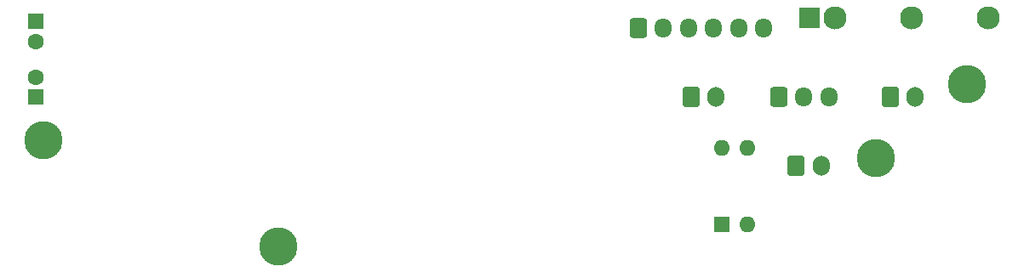
<source format=gbs>
G04 #@! TF.GenerationSoftware,KiCad,Pcbnew,(6.0.1)*
G04 #@! TF.CreationDate,2022-03-20T15:01:40+01:00*
G04 #@! TF.ProjectId,ControlPanelESP,436f6e74-726f-46c5-9061-6e656c455350,rev?*
G04 #@! TF.SameCoordinates,Original*
G04 #@! TF.FileFunction,Soldermask,Bot*
G04 #@! TF.FilePolarity,Negative*
%FSLAX46Y46*%
G04 Gerber Fmt 4.6, Leading zero omitted, Abs format (unit mm)*
G04 Created by KiCad (PCBNEW (6.0.1)) date 2022-03-20 15:01:40*
%MOMM*%
%LPD*%
G01*
G04 APERTURE LIST*
G04 Aperture macros list*
%AMRoundRect*
0 Rectangle with rounded corners*
0 $1 Rounding radius*
0 $2 $3 $4 $5 $6 $7 $8 $9 X,Y pos of 4 corners*
0 Add a 4 corners polygon primitive as box body*
4,1,4,$2,$3,$4,$5,$6,$7,$8,$9,$2,$3,0*
0 Add four circle primitives for the rounded corners*
1,1,$1+$1,$2,$3*
1,1,$1+$1,$4,$5*
1,1,$1+$1,$6,$7*
1,1,$1+$1,$8,$9*
0 Add four rect primitives between the rounded corners*
20,1,$1+$1,$2,$3,$4,$5,0*
20,1,$1+$1,$4,$5,$6,$7,0*
20,1,$1+$1,$6,$7,$8,$9,0*
20,1,$1+$1,$8,$9,$2,$3,0*%
G04 Aperture macros list end*
%ADD10RoundRect,0.250000X-0.600000X-0.725000X0.600000X-0.725000X0.600000X0.725000X-0.600000X0.725000X0*%
%ADD11O,1.700000X1.950000*%
%ADD12C,2.300000*%
%ADD13R,2.000000X2.000000*%
%ADD14C,3.800000*%
%ADD15RoundRect,0.250000X-0.600000X-0.750000X0.600000X-0.750000X0.600000X0.750000X-0.600000X0.750000X0*%
%ADD16O,1.700000X2.000000*%
%ADD17R,1.600000X1.600000*%
%ADD18C,1.600000*%
%ADD19O,1.600000X1.600000*%
G04 APERTURE END LIST*
D10*
X111606000Y-81517000D03*
D11*
X114106000Y-81517000D03*
X116606000Y-81517000D03*
X119106000Y-81517000D03*
X121606000Y-81517000D03*
X124106000Y-81517000D03*
D12*
X138824800Y-80503000D03*
D13*
X128664800Y-80503000D03*
D12*
X131204800Y-80503000D03*
X146444800Y-80503000D03*
D14*
X75819000Y-103251000D03*
D15*
X116860000Y-88375000D03*
D16*
X119360000Y-88375000D03*
D15*
X127294000Y-95250000D03*
D16*
X129794000Y-95250000D03*
D14*
X135255000Y-94488000D03*
D10*
X125556000Y-88392000D03*
D11*
X128056000Y-88392000D03*
X130556000Y-88392000D03*
D17*
X51689000Y-88392000D03*
D18*
X51689000Y-86392000D03*
D17*
X119883000Y-101082000D03*
D19*
X122423000Y-101082000D03*
X122423000Y-93462000D03*
X119883000Y-93462000D03*
D17*
X51689000Y-80832888D03*
D18*
X51689000Y-82832888D03*
D15*
X136652000Y-88392000D03*
D16*
X139152000Y-88392000D03*
D14*
X144272000Y-87122000D03*
X52451000Y-92710000D03*
M02*

</source>
